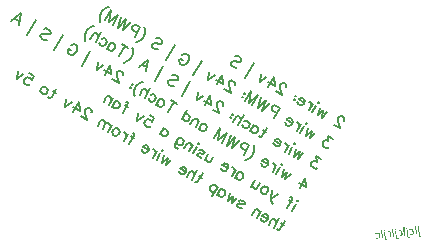
<source format=gbo>
G04 Layer: BottomSilkscreenLayer*
G04 EasyEDA v6.5.3, 2022-04-30 06:46:22*
G04 ee3e3f8623474824adc305f6a8106e34,debd25b7e7f645e7808fdd9718494454,10*
G04 Gerber Generator version 0.2*
G04 Scale: 100 percent, Rotated: No, Reflected: No *
G04 Dimensions in millimeters *
G04 leading zeros omitted , absolute positions ,4 integer and 5 decimal *
%FSLAX45Y45*%
%MOMM*%

%ADD16C,0.2032*%

%LPD*%
G36*
X19769683Y4142486D02*
G01*
X19760844Y4141571D01*
X19768159Y4071823D01*
X19776998Y4072788D01*
G37*
G36*
X19794626Y4140758D02*
G01*
X19785533Y4139793D01*
X19786498Y4130446D01*
X19795591Y4131411D01*
G37*
G36*
X19674433Y4132478D02*
G01*
X19665594Y4131564D01*
X19672909Y4061815D01*
X19681748Y4062780D01*
G37*
G36*
X19699376Y4130751D02*
G01*
X19690537Y4129836D01*
X19691502Y4120489D01*
X19700341Y4121404D01*
G37*
G36*
X19796404Y4123588D02*
G01*
X19787311Y4122623D01*
X19793153Y4067048D01*
X19793813Y4063339D01*
X19794829Y4060291D01*
X19796302Y4057853D01*
X19798131Y4056075D01*
X19800519Y4054906D01*
X19803414Y4054144D01*
X19806869Y4053890D01*
X19812254Y4054297D01*
X19815860Y4055160D01*
X19815251Y4060951D01*
X19812406Y4060393D01*
X19809510Y4060190D01*
X19807732Y4060342D01*
X19806259Y4060748D01*
X19804989Y4061409D01*
X19804024Y4062272D01*
X19803262Y4063593D01*
X19802652Y4065320D01*
G37*
G36*
X19579437Y4122470D02*
G01*
X19570344Y4121556D01*
X19577659Y4051808D01*
X19586752Y4052773D01*
G37*
G36*
X19604177Y4120743D02*
G01*
X19595287Y4119829D01*
X19596303Y4110482D01*
X19605142Y4111396D01*
G37*
G36*
X19736917Y4117746D02*
G01*
X19730466Y4117441D01*
X19720102Y4116019D01*
X19713346Y4114342D01*
X19714057Y4107789D01*
X19721677Y4109923D01*
X19728789Y4111142D01*
X19733209Y4111447D01*
X19736409Y4111396D01*
X19737628Y4111091D01*
X19739406Y4109872D01*
X19740524Y4107891D01*
X19741388Y4104894D01*
X19743674Y4083558D01*
X19743775Y4080256D01*
X19743267Y4077919D01*
X19741946Y4076242D01*
X19739711Y4074972D01*
X19736358Y4074058D01*
X19731736Y4073398D01*
X19724370Y4073042D01*
X19720610Y4073194D01*
X19716902Y4073601D01*
X19717562Y4067048D01*
X19724979Y4066641D01*
X19733158Y4067149D01*
X19740422Y4068165D01*
X19745401Y4069689D01*
X19747992Y4070959D01*
X19749973Y4072483D01*
X19751395Y4074718D01*
X19752462Y4077614D01*
X19752868Y4081018D01*
X19752716Y4085031D01*
X19750836Y4102709D01*
X19750278Y4106468D01*
X19749363Y4109567D01*
X19748144Y4112107D01*
X19746620Y4114037D01*
X19744639Y4115612D01*
X19742759Y4116679D01*
X19740829Y4117390D01*
G37*
G36*
X19701205Y4113580D02*
G01*
X19692366Y4112666D01*
X19698208Y4057091D01*
X19698817Y4053382D01*
X19699884Y4050284D01*
X19701306Y4047896D01*
X19703186Y4046118D01*
X19705523Y4044899D01*
X19708368Y4044187D01*
X19711720Y4043883D01*
X19717004Y4044289D01*
X19720661Y4045153D01*
X19720052Y4050944D01*
X19716292Y4050284D01*
X19714260Y4050182D01*
X19712482Y4050334D01*
X19711009Y4050741D01*
X19709790Y4051401D01*
X19708774Y4052265D01*
X19708012Y4053586D01*
X19707453Y4055313D01*
G37*
G36*
X19484238Y4112463D02*
G01*
X19475145Y4111548D01*
X19482460Y4041800D01*
X19491553Y4042765D01*
G37*
G36*
X19509181Y4110786D02*
G01*
X19500088Y4109821D01*
X19501053Y4100474D01*
X19510146Y4101439D01*
G37*
G36*
X19643090Y4107738D02*
G01*
X19637959Y4107687D01*
X19631914Y4107078D01*
X19625056Y4106011D01*
X19618147Y4104335D01*
X19618807Y4097782D01*
X19626478Y4099915D01*
X19633539Y4101084D01*
X19638111Y4101439D01*
X19641159Y4101388D01*
X19643445Y4100576D01*
X19645020Y4099001D01*
X19645833Y4096512D01*
X19646392Y4093006D01*
X19648576Y4071772D01*
X19648373Y4068927D01*
X19647509Y4066997D01*
X19645731Y4065524D01*
X19642988Y4064457D01*
X19638975Y4063695D01*
X19632828Y4063085D01*
X19629170Y4063034D01*
X19621906Y4063644D01*
X19622566Y4057040D01*
X19626072Y4056735D01*
X19633895Y4056786D01*
X19643902Y4057904D01*
X19646341Y4058412D01*
X19651624Y4060291D01*
X19653910Y4061663D01*
X19655485Y4063542D01*
X19656755Y4066082D01*
X19657618Y4069232D01*
X19657872Y4072991D01*
X19655891Y4092752D01*
X19655282Y4096461D01*
X19654316Y4099610D01*
X19653046Y4102100D01*
X19650506Y4104894D01*
X19648678Y4106214D01*
X19646747Y4107078D01*
G37*
G36*
X19605955Y4103573D02*
G01*
X19597116Y4102658D01*
X19602958Y4047083D01*
X19603567Y4043375D01*
X19604634Y4040276D01*
X19606056Y4037888D01*
X19607936Y4036110D01*
X19610273Y4034891D01*
X19613118Y4034180D01*
X19616521Y4033875D01*
X19620433Y4034078D01*
X19625411Y4035145D01*
X19624802Y4040936D01*
X19621957Y4040378D01*
X19619010Y4040174D01*
X19617283Y4040327D01*
X19615759Y4040733D01*
X19614540Y4041394D01*
X19613524Y4042257D01*
X19612762Y4043578D01*
X19612203Y4045305D01*
G37*
G36*
X19547840Y4097731D02*
G01*
X19542709Y4097680D01*
X19536664Y4097070D01*
X19529856Y4096004D01*
X19523151Y4094378D01*
X19523862Y4087774D01*
X19527621Y4088993D01*
X19534835Y4090619D01*
X19540778Y4091330D01*
X19544588Y4091482D01*
X19547179Y4091076D01*
X19549059Y4089857D01*
X19549770Y4088993D01*
X19550786Y4086555D01*
X19551396Y4083050D01*
X19553580Y4061815D01*
X19553224Y4058970D01*
X19552259Y4056989D01*
X19550481Y4055516D01*
X19547840Y4054500D01*
X19543826Y4053687D01*
X19537680Y4053078D01*
X19530415Y4053230D01*
X19526656Y4053586D01*
X19527367Y4047032D01*
X19530974Y4046728D01*
X19538746Y4046778D01*
X19548805Y4047896D01*
X19552412Y4048760D01*
X19555155Y4049725D01*
X19557796Y4050944D01*
X19559727Y4052468D01*
X19560946Y4054703D01*
X19562013Y4057599D01*
X19562622Y4061002D01*
X19562521Y4065015D01*
X19560641Y4082745D01*
X19560082Y4086453D01*
X19559168Y4089603D01*
X19557949Y4092092D01*
X19556374Y4094022D01*
X19554444Y4095597D01*
X19552513Y4096664D01*
X19550430Y4097375D01*
G37*
G36*
X19510959Y4093565D02*
G01*
X19501866Y4092651D01*
X19507708Y4037076D01*
X19508368Y4033367D01*
X19509384Y4030268D01*
X19510857Y4027881D01*
X19512686Y4026103D01*
X19515074Y4024884D01*
X19517969Y4024172D01*
X19521424Y4023918D01*
X19526808Y4024274D01*
X19530415Y4025137D01*
X19529806Y4030979D01*
X19526046Y4030319D01*
X19523913Y4030167D01*
X19522084Y4030319D01*
X19520560Y4030726D01*
X19519290Y4031386D01*
X19518426Y4032250D01*
X19517715Y4033570D01*
X19516852Y4037533D01*
G37*
G36*
X19447764Y4087723D02*
G01*
X19441414Y4087063D01*
X19434657Y4085996D01*
X19427901Y4084370D01*
X19428612Y4077766D01*
X19432422Y4078986D01*
X19439737Y4080611D01*
X19445681Y4081322D01*
X19450964Y4081424D01*
X19453047Y4080560D01*
X19454520Y4078986D01*
X19455536Y4076547D01*
X19456196Y4073042D01*
X19458330Y4051808D01*
X19458127Y4048963D01*
X19457822Y4047896D01*
X19456400Y4046220D01*
X19454266Y4045000D01*
X19450913Y4044035D01*
X19446290Y4043375D01*
X19438924Y4043070D01*
X19431457Y4043578D01*
X19432117Y4037025D01*
X19435724Y4036720D01*
X19443496Y4036771D01*
X19453707Y4037888D01*
X19458635Y4039209D01*
X19461327Y4040276D01*
X19463613Y4041648D01*
X19464528Y4042460D01*
X19465848Y4044746D01*
X19466763Y4047591D01*
X19467372Y4050995D01*
X19467271Y4055008D01*
X19465391Y4072686D01*
X19464832Y4076446D01*
X19463918Y4079595D01*
X19462699Y4082084D01*
X19461175Y4084015D01*
X19459194Y4085590D01*
X19457314Y4086656D01*
X19455180Y4087368D01*
X19452590Y4087723D01*
G37*
D16*
X19161353Y5035679D02*
G01*
X19163626Y5039616D01*
X19164236Y5049761D01*
X19162572Y5055971D01*
X19156972Y5064452D01*
X19141226Y5073543D01*
X19131079Y5074152D01*
X19124871Y5072489D01*
X19116390Y5066888D01*
X19111843Y5059017D01*
X19111234Y5048869D01*
X19112290Y5032514D01*
X19128927Y4970424D01*
X19073817Y5002242D01*
X19019032Y5107353D02*
G01*
X18971468Y5061333D01*
X18987541Y5125534D02*
G01*
X18971468Y5061333D01*
X18987541Y5125534D02*
G01*
X18939977Y5079514D01*
X18956047Y5143715D02*
G01*
X18939977Y5079514D01*
X18945976Y5186271D02*
G01*
X18939766Y5184607D01*
X18938102Y5190817D01*
X18944313Y5192481D01*
X18945976Y5186271D01*
X18926131Y5160987D02*
G01*
X18894313Y5105877D01*
X18896213Y5178262D02*
G01*
X18864397Y5123152D01*
X18882578Y5154642D02*
G01*
X18885458Y5168724D01*
X18882131Y5181142D01*
X18876530Y5189626D01*
X18864722Y5196443D01*
X18825105Y5187825D02*
G01*
X18777866Y5215097D01*
X18782413Y5222971D01*
X18790894Y5228569D01*
X18797104Y5230233D01*
X18807249Y5229626D01*
X18819058Y5222806D01*
X18824658Y5214325D01*
X18827986Y5201907D01*
X18825105Y5187825D01*
X18820559Y5179951D01*
X18809804Y5170413D01*
X18797386Y5167086D01*
X18787242Y5167696D01*
X18775431Y5174515D01*
X18769830Y5182996D01*
X18766502Y5195415D01*
X18757041Y5248114D02*
G01*
X18758705Y5241907D01*
X18752494Y5240243D01*
X18750831Y5246451D01*
X18757041Y5248114D01*
X18741130Y5220561D02*
G01*
X18742794Y5214350D01*
X18736586Y5212687D01*
X18734923Y5218897D01*
X18741130Y5220561D01*
X18671656Y5318406D02*
G01*
X18673930Y5322343D01*
X18674537Y5332488D01*
X18672873Y5338698D01*
X18667275Y5347180D01*
X18651527Y5356270D01*
X18641382Y5356880D01*
X18635172Y5355216D01*
X18626691Y5349615D01*
X18622147Y5341744D01*
X18621537Y5331597D01*
X18622591Y5315242D01*
X18639228Y5253151D01*
X18584118Y5284970D01*
X18566500Y5405361D02*
G01*
X18574047Y5327525D01*
X18514999Y5361614D01*
X18566500Y5405361D02*
G01*
X18518774Y5322696D01*
X18504928Y5404170D02*
G01*
X18449490Y5362696D01*
X18457689Y5431444D02*
G01*
X18449490Y5362696D01*
X18396087Y5524743D02*
G01*
X18323359Y5398777D01*
X18238464Y5579008D02*
G01*
X18250882Y5582335D01*
X18264964Y5579452D01*
X18280712Y5570362D01*
X18290247Y5559607D01*
X18293575Y5547189D01*
X18289031Y5539315D01*
X18280547Y5533715D01*
X18274339Y5532051D01*
X18264192Y5532661D01*
X18236029Y5538424D01*
X18225884Y5539033D01*
X18219674Y5537370D01*
X18211192Y5531769D01*
X18204375Y5519961D01*
X18207702Y5507542D01*
X18217238Y5496788D01*
X18232983Y5487695D01*
X18247067Y5484815D01*
X18259485Y5488142D01*
X19067980Y4883043D02*
G01*
X19024681Y4908044D01*
X19030116Y4862916D01*
X19018308Y4869733D01*
X19008161Y4870343D01*
X19001953Y4868679D01*
X18991199Y4859141D01*
X18986652Y4851270D01*
X18983772Y4837188D01*
X18987099Y4824770D01*
X18996634Y4814013D01*
X19008445Y4807196D01*
X19022527Y4804316D01*
X19028735Y4805979D01*
X19037218Y4811577D01*
X18918232Y4932761D02*
G01*
X18870668Y4886741D01*
X18886741Y4950942D02*
G01*
X18870668Y4886741D01*
X18886741Y4950942D02*
G01*
X18839177Y4904922D01*
X18855248Y4969126D02*
G01*
X18839177Y4904922D01*
X18845176Y5011681D02*
G01*
X18838966Y5010017D01*
X18837302Y5016225D01*
X18843513Y5017889D01*
X18845176Y5011681D01*
X18825331Y4986398D02*
G01*
X18793513Y4931288D01*
X18795413Y5003670D02*
G01*
X18763594Y4948560D01*
X18781778Y4980051D02*
G01*
X18784658Y4994135D01*
X18781331Y5006553D01*
X18775730Y5015034D01*
X18763922Y5021851D01*
X18724305Y5013233D02*
G01*
X18677067Y5040505D01*
X18681613Y5048379D01*
X18690094Y5053980D01*
X18696304Y5055643D01*
X18706449Y5055034D01*
X18718258Y5048216D01*
X18723858Y5039733D01*
X18727186Y5027315D01*
X18724305Y5013233D01*
X18719759Y5005362D01*
X18709004Y4995824D01*
X18696586Y4992496D01*
X18686439Y4993106D01*
X18674631Y4999923D01*
X18669030Y5008405D01*
X18665703Y5020823D01*
X18620011Y5141681D02*
G01*
X18572281Y5059014D01*
X18620011Y5141681D02*
G01*
X18584583Y5162135D01*
X18570498Y5165016D01*
X18564291Y5163352D01*
X18555807Y5157751D01*
X18548990Y5145943D01*
X18548380Y5135798D01*
X18550044Y5129588D01*
X18559581Y5118834D01*
X18595009Y5098379D01*
X18538918Y5188498D02*
G01*
X18471509Y5117195D01*
X18499554Y5211226D02*
G01*
X18471509Y5117195D01*
X18499554Y5211226D02*
G01*
X18432145Y5139923D01*
X18460189Y5233954D02*
G01*
X18432145Y5139923D01*
X18434207Y5248953D02*
G01*
X18386480Y5166286D01*
X18434207Y5248953D02*
G01*
X18354989Y5184470D01*
X18371225Y5285318D02*
G01*
X18354989Y5184470D01*
X18371225Y5285318D02*
G01*
X18323496Y5202651D01*
X18320852Y5267162D02*
G01*
X18322516Y5260952D01*
X18316308Y5259288D01*
X18314644Y5265498D01*
X18320852Y5267162D01*
X18304944Y5239605D02*
G01*
X18306608Y5233398D01*
X18300397Y5231734D01*
X18298734Y5237942D01*
X18304944Y5239605D01*
X18235467Y5337451D02*
G01*
X18237741Y5341388D01*
X18238350Y5351536D01*
X18236686Y5357743D01*
X18231086Y5366227D01*
X18215340Y5375318D01*
X18205193Y5375925D01*
X18198985Y5374261D01*
X18190504Y5368663D01*
X18185958Y5360789D01*
X18185348Y5350644D01*
X18186402Y5334289D01*
X18203042Y5272196D01*
X18147931Y5304015D01*
X18130311Y5424408D02*
G01*
X18137858Y5346570D01*
X18078810Y5380662D01*
X18130311Y5424408D02*
G01*
X18082585Y5341741D01*
X18068739Y5423217D02*
G01*
X18013304Y5381741D01*
X18021503Y5450489D02*
G01*
X18013304Y5381741D01*
X17959900Y5543791D02*
G01*
X17887172Y5417822D01*
X17793794Y5592452D02*
G01*
X17802278Y5598053D01*
X17814696Y5601380D01*
X17824841Y5600771D01*
X17840586Y5591680D01*
X17846187Y5583199D01*
X17849514Y5570781D01*
X17848905Y5560634D01*
X17846024Y5546552D01*
X17834660Y5526869D01*
X17823906Y5517334D01*
X17815425Y5511733D01*
X17803004Y5508406D01*
X17792860Y5509013D01*
X17777114Y5518106D01*
X17771513Y5526587D01*
X17768186Y5539005D01*
X17768796Y5549150D01*
X17775613Y5560961D01*
X17795295Y5549597D02*
G01*
X17775613Y5560961D01*
X17727648Y5677880D02*
G01*
X17654920Y5551914D01*
X17570025Y5732145D02*
G01*
X17582443Y5735472D01*
X17596525Y5732589D01*
X17612271Y5723498D01*
X17621808Y5712744D01*
X17625136Y5700326D01*
X17620589Y5692452D01*
X17612108Y5686851D01*
X17605898Y5685188D01*
X17595753Y5685797D01*
X17567589Y5691560D01*
X17557442Y5692170D01*
X17551234Y5690506D01*
X17542751Y5684906D01*
X17535933Y5673097D01*
X17539261Y5660679D01*
X17548799Y5649925D01*
X17564544Y5640831D01*
X17578626Y5637951D01*
X17591044Y5641279D01*
X17471776Y5825609D02*
G01*
X17475103Y5813191D01*
X17476157Y5796836D01*
X17474940Y5776544D01*
X17467513Y5754588D01*
X17458423Y5738842D01*
X17443122Y5721433D01*
X17426157Y5710232D01*
X17411466Y5702968D01*
X17399048Y5699640D01*
X17436703Y5824862D02*
G01*
X17388977Y5742195D01*
X17436703Y5824862D02*
G01*
X17401275Y5845317D01*
X17387194Y5848200D01*
X17380983Y5846536D01*
X17372502Y5840935D01*
X17365685Y5829124D01*
X17365075Y5818979D01*
X17366739Y5812769D01*
X17376277Y5802015D01*
X17411705Y5781560D01*
X17355614Y5871679D02*
G01*
X17288202Y5800379D01*
X17316249Y5894407D02*
G01*
X17288202Y5800379D01*
X17316249Y5894407D02*
G01*
X17248837Y5823104D01*
X17276884Y5917135D02*
G01*
X17248837Y5823104D01*
X17250902Y5932134D02*
G01*
X17203176Y5849470D01*
X17250902Y5932134D02*
G01*
X17171682Y5867651D01*
X17187918Y5968499D02*
G01*
X17171682Y5867651D01*
X17187918Y5968499D02*
G01*
X17140191Y5885832D01*
X17171029Y5999243D02*
G01*
X17158611Y5995916D01*
X17143920Y5988654D01*
X17126955Y5977453D01*
X17111654Y5960043D01*
X17102564Y5944298D01*
X17095137Y5922342D01*
X17093920Y5902050D01*
X17094974Y5885695D01*
X17098302Y5873277D01*
X18967180Y4708453D02*
G01*
X18923881Y4733455D01*
X18929316Y4688326D01*
X18917508Y4695144D01*
X18907361Y4695753D01*
X18901153Y4694090D01*
X18890399Y4684552D01*
X18885852Y4676678D01*
X18882972Y4662596D01*
X18886299Y4650178D01*
X18895834Y4639424D01*
X18907645Y4632606D01*
X18921727Y4629724D01*
X18927935Y4631387D01*
X18936418Y4636988D01*
X18817432Y4758171D02*
G01*
X18769868Y4712152D01*
X18785941Y4776353D02*
G01*
X18769868Y4712152D01*
X18785941Y4776353D02*
G01*
X18738375Y4730333D01*
X18754448Y4794534D02*
G01*
X18738375Y4730333D01*
X18744377Y4837089D02*
G01*
X18738166Y4835425D01*
X18736503Y4841636D01*
X18742713Y4843299D01*
X18744377Y4837089D01*
X18724532Y4811806D02*
G01*
X18692713Y4756696D01*
X18694613Y4829081D02*
G01*
X18662794Y4773970D01*
X18680978Y4805461D02*
G01*
X18683859Y4819543D01*
X18680531Y4831961D01*
X18674930Y4840444D01*
X18663122Y4847262D01*
X18623506Y4838644D02*
G01*
X18576267Y4865916D01*
X18580813Y4873790D01*
X18589294Y4879388D01*
X18595505Y4881051D01*
X18605649Y4880444D01*
X18617458Y4873625D01*
X18623059Y4865143D01*
X18626386Y4852725D01*
X18623506Y4838644D01*
X18618959Y4830770D01*
X18608205Y4821232D01*
X18595787Y4817905D01*
X18585639Y4818514D01*
X18573831Y4825331D01*
X18568230Y4833815D01*
X18564903Y4846233D01*
X18507400Y4973909D02*
G01*
X18468764Y4906987D01*
X18458009Y4897452D01*
X18447865Y4898059D01*
X18439991Y4902606D01*
X18503300Y4939535D02*
G01*
X18475746Y4955443D01*
X18398591Y4999989D02*
G01*
X18366773Y4944879D01*
X18391771Y4988179D02*
G01*
X18404192Y4991506D01*
X18414337Y4990899D01*
X18426145Y4984079D01*
X18431746Y4975598D01*
X18435073Y4963180D01*
X18432193Y4949098D01*
X18427646Y4941224D01*
X18416892Y4931689D01*
X18404474Y4928359D01*
X18394326Y4928969D01*
X18382518Y4935788D01*
X18376917Y4944270D01*
X18373590Y4956688D01*
X18318553Y5030452D02*
G01*
X18330971Y5033779D01*
X18341119Y5033170D01*
X18352927Y5026352D01*
X18358528Y5017871D01*
X18361855Y5005453D01*
X18358972Y4991371D01*
X18354428Y4983497D01*
X18343674Y4973960D01*
X18331256Y4970632D01*
X18321108Y4971242D01*
X18309300Y4978059D01*
X18303699Y4986543D01*
X18300372Y4998961D01*
X18315299Y5084818D02*
G01*
X18267573Y5002151D01*
X18290301Y5041516D02*
G01*
X18285310Y5060144D01*
X18279709Y5068625D01*
X18267900Y5075443D01*
X18257753Y5076052D01*
X18246999Y5066515D01*
X18224271Y5027150D01*
X18221627Y5091661D02*
G01*
X18223290Y5085453D01*
X18217083Y5083789D01*
X18215419Y5089997D01*
X18221627Y5091661D01*
X18205719Y5064107D02*
G01*
X18207382Y5057896D01*
X18201172Y5056233D01*
X18199508Y5062443D01*
X18205719Y5064107D01*
X18136242Y5161953D02*
G01*
X18138515Y5165890D01*
X18139125Y5176034D01*
X18137461Y5182245D01*
X18131861Y5190726D01*
X18116115Y5199816D01*
X18105968Y5200426D01*
X18099760Y5198762D01*
X18091277Y5193162D01*
X18086732Y5185290D01*
X18086123Y5175143D01*
X18087177Y5158788D01*
X18103816Y5096697D01*
X18048704Y5128513D01*
X18031086Y5248907D02*
G01*
X18038632Y5171069D01*
X17979585Y5205161D01*
X18031086Y5248907D02*
G01*
X17983360Y5166243D01*
X17969514Y5247716D02*
G01*
X17914076Y5206243D01*
X17922278Y5274988D02*
G01*
X17914076Y5206243D01*
X17860675Y5368289D02*
G01*
X17787947Y5242323D01*
X17703053Y5422554D02*
G01*
X17715471Y5425881D01*
X17729553Y5422999D01*
X17745298Y5413908D01*
X17754836Y5403154D01*
X17758163Y5390735D01*
X17753617Y5382861D01*
X17745135Y5377261D01*
X17738925Y5375597D01*
X17728780Y5376207D01*
X17700614Y5381970D01*
X17690470Y5382580D01*
X17684262Y5380916D01*
X17675778Y5375315D01*
X17668961Y5363507D01*
X17672288Y5351089D01*
X17681826Y5340332D01*
X17697571Y5331241D01*
X17711653Y5328361D01*
X17724071Y5331688D01*
X17632357Y5500108D02*
G01*
X17559632Y5374142D01*
X17505172Y5552544D02*
G01*
X17488938Y5451695D01*
X17505172Y5552544D02*
G01*
X17425954Y5488061D01*
X17493038Y5486069D02*
G01*
X17453673Y5508797D01*
X17368613Y5652381D02*
G01*
X17371941Y5639963D01*
X17372995Y5623608D01*
X17371778Y5603316D01*
X17364351Y5581362D01*
X17355261Y5565614D01*
X17339960Y5548205D01*
X17322995Y5537006D01*
X17308306Y5529742D01*
X17295886Y5526415D01*
X17305987Y5667545D02*
G01*
X17258261Y5584878D01*
X17333541Y5651634D02*
G01*
X17278431Y5683453D01*
X17189305Y5698169D02*
G01*
X17157486Y5643059D01*
X17182485Y5686361D02*
G01*
X17194905Y5689688D01*
X17205050Y5689079D01*
X17216859Y5682261D01*
X17222459Y5673780D01*
X17225787Y5661362D01*
X17222906Y5647278D01*
X17218360Y5639407D01*
X17207605Y5629869D01*
X17195187Y5626541D01*
X17185040Y5627151D01*
X17173232Y5633968D01*
X17167631Y5642452D01*
X17164304Y5654870D01*
X17109267Y5728634D02*
G01*
X17121685Y5731962D01*
X17131832Y5731352D01*
X17143641Y5724535D01*
X17149241Y5716054D01*
X17152569Y5703633D01*
X17149686Y5689551D01*
X17145142Y5681680D01*
X17134387Y5672142D01*
X17121969Y5668815D01*
X17111822Y5669424D01*
X17100014Y5676242D01*
X17094413Y5684723D01*
X17091085Y5697143D01*
X17106013Y5782998D02*
G01*
X17058286Y5700334D01*
X17081014Y5739698D02*
G01*
X17076023Y5758324D01*
X17070423Y5766808D01*
X17058614Y5773625D01*
X17048467Y5774235D01*
X17037712Y5764697D01*
X17014985Y5725332D01*
X17045823Y5838746D02*
G01*
X17033405Y5835418D01*
X17018713Y5828154D01*
X17001749Y5816953D01*
X16986450Y5799543D01*
X16977357Y5783798D01*
X16969930Y5761842D01*
X16968713Y5741550D01*
X16969767Y5725195D01*
X16973095Y5712777D01*
X18834889Y4552045D02*
G01*
X18842436Y4474207D01*
X18783388Y4508296D01*
X18834889Y4552045D02*
G01*
X18787163Y4469378D01*
X18712695Y4585853D02*
G01*
X18665131Y4539833D01*
X18681204Y4604034D02*
G01*
X18665131Y4539833D01*
X18681204Y4604034D02*
G01*
X18633640Y4558014D01*
X18649711Y4622215D02*
G01*
X18633640Y4558014D01*
X18639640Y4664770D02*
G01*
X18633432Y4663107D01*
X18631768Y4669317D01*
X18637976Y4670981D01*
X18639640Y4664770D01*
X18619795Y4639490D02*
G01*
X18587976Y4584379D01*
X18589876Y4656762D02*
G01*
X18558060Y4601651D01*
X18576241Y4633142D02*
G01*
X18579122Y4647224D01*
X18575794Y4659645D01*
X18570193Y4668126D01*
X18558385Y4674943D01*
X18518769Y4666325D02*
G01*
X18471530Y4693597D01*
X18476076Y4701471D01*
X18484557Y4707072D01*
X18490768Y4708735D01*
X18500912Y4708126D01*
X18512721Y4701308D01*
X18518322Y4692825D01*
X18521649Y4680407D01*
X18518769Y4666325D01*
X18514222Y4658451D01*
X18503468Y4648916D01*
X18491050Y4645588D01*
X18480905Y4646195D01*
X18469094Y4653015D01*
X18463493Y4661496D01*
X18460166Y4673914D01*
X18396008Y4826426D02*
G01*
X18399335Y4814008D01*
X18400392Y4797653D01*
X18399173Y4777361D01*
X18391746Y4755408D01*
X18382655Y4739660D01*
X18367354Y4722251D01*
X18350392Y4711052D01*
X18335701Y4703787D01*
X18323283Y4700460D01*
X18360938Y4825682D02*
G01*
X18313209Y4743015D01*
X18360938Y4825682D02*
G01*
X18325508Y4846137D01*
X18311426Y4849017D01*
X18305218Y4847353D01*
X18296735Y4841753D01*
X18289917Y4829944D01*
X18289308Y4819797D01*
X18290971Y4813589D01*
X18300509Y4802835D01*
X18335937Y4782380D01*
X18279846Y4872499D02*
G01*
X18212437Y4801196D01*
X18240481Y4895227D02*
G01*
X18212437Y4801196D01*
X18240481Y4895227D02*
G01*
X18173072Y4823924D01*
X18201116Y4917953D02*
G01*
X18173072Y4823924D01*
X18175135Y4932954D02*
G01*
X18127408Y4850287D01*
X18175135Y4932954D02*
G01*
X18095917Y4868468D01*
X18112153Y4969316D02*
G01*
X18095917Y4868468D01*
X18112153Y4969316D02*
G01*
X18064424Y4886652D01*
X17962402Y5019034D02*
G01*
X17930583Y4963924D01*
X17955585Y5007226D02*
G01*
X17968003Y5010553D01*
X17978147Y5009944D01*
X17989958Y5003126D01*
X17995559Y4994643D01*
X17998887Y4982225D01*
X17996004Y4968143D01*
X17991457Y4960269D01*
X17980703Y4950734D01*
X17968285Y4947406D01*
X17958140Y4948013D01*
X17946329Y4954833D01*
X17940731Y4963314D01*
X17937403Y4975732D01*
X17936420Y5034036D02*
G01*
X17904604Y4978923D01*
X17927330Y5018288D02*
G01*
X17922339Y5036916D01*
X17916740Y5045397D01*
X17904929Y5052217D01*
X17894785Y5052827D01*
X17884030Y5043289D01*
X17861302Y5003924D01*
X17835811Y5128861D02*
G01*
X17788084Y5046197D01*
X17813083Y5089499D02*
G01*
X17825501Y5092827D01*
X17835648Y5092217D01*
X17847457Y5085397D01*
X17853058Y5076916D01*
X17856385Y5064498D01*
X17853502Y5050416D01*
X17848958Y5042542D01*
X17838204Y5033007D01*
X17825786Y5029680D01*
X17815638Y5030287D01*
X17803830Y5037107D01*
X17798229Y5045588D01*
X17794902Y5058006D01*
X17721653Y5194772D02*
G01*
X17673927Y5112105D01*
X17749207Y5178861D02*
G01*
X17694097Y5210680D01*
X17604971Y5225399D02*
G01*
X17573152Y5170286D01*
X17598151Y5213588D02*
G01*
X17610571Y5216916D01*
X17620716Y5216306D01*
X17632525Y5209489D01*
X17638125Y5201008D01*
X17641453Y5188590D01*
X17638572Y5174508D01*
X17634026Y5166634D01*
X17623271Y5157096D01*
X17610853Y5153769D01*
X17600706Y5154378D01*
X17588898Y5161196D01*
X17583297Y5169679D01*
X17579969Y5182097D01*
X17524933Y5255861D02*
G01*
X17537351Y5259189D01*
X17547498Y5258579D01*
X17559307Y5251762D01*
X17564907Y5243281D01*
X17568235Y5230860D01*
X17565352Y5216779D01*
X17560808Y5208907D01*
X17550053Y5199369D01*
X17537635Y5196042D01*
X17527488Y5196652D01*
X17515679Y5203469D01*
X17510079Y5211950D01*
X17506751Y5224371D01*
X17521679Y5310225D02*
G01*
X17473952Y5227561D01*
X17496680Y5266926D02*
G01*
X17491689Y5285552D01*
X17486088Y5294035D01*
X17474280Y5300853D01*
X17464133Y5301462D01*
X17453378Y5291924D01*
X17430650Y5252559D01*
X17461489Y5365973D02*
G01*
X17449071Y5362646D01*
X17434379Y5355381D01*
X17417415Y5344180D01*
X17402116Y5326771D01*
X17393025Y5311025D01*
X17385596Y5289069D01*
X17384379Y5268777D01*
X17385433Y5252422D01*
X17388761Y5240004D01*
X17374471Y5347980D02*
G01*
X17376134Y5341769D01*
X17369924Y5340106D01*
X17368260Y5346316D01*
X17374471Y5347980D01*
X17358563Y5320423D02*
G01*
X17360226Y5314215D01*
X17354016Y5312552D01*
X17352352Y5318760D01*
X17358563Y5320423D01*
X17289086Y5418272D02*
G01*
X17291359Y5422209D01*
X17291969Y5432353D01*
X17290305Y5438564D01*
X17284705Y5447045D01*
X17268959Y5456135D01*
X17258812Y5456745D01*
X17252604Y5455081D01*
X17244120Y5449481D01*
X17239576Y5441607D01*
X17238967Y5431462D01*
X17240021Y5415107D01*
X17256658Y5353014D01*
X17201548Y5384833D01*
X17183930Y5505226D02*
G01*
X17191476Y5427388D01*
X17132429Y5461480D01*
X17183930Y5505226D02*
G01*
X17136203Y5422559D01*
X17122358Y5504035D02*
G01*
X17066920Y5462559D01*
X17075119Y5531307D02*
G01*
X17066920Y5462559D01*
X17013516Y5624609D02*
G01*
X16940791Y5498642D01*
X16847413Y5673272D02*
G01*
X16855894Y5678871D01*
X16868312Y5682198D01*
X16878460Y5681591D01*
X16894205Y5672500D01*
X16899806Y5664017D01*
X16903133Y5651599D01*
X16902523Y5641454D01*
X16899643Y5627372D01*
X16888279Y5607690D01*
X16877525Y5598152D01*
X16869041Y5592551D01*
X16856623Y5589224D01*
X16846478Y5589833D01*
X16830733Y5598924D01*
X16825132Y5607405D01*
X16821805Y5619823D01*
X16822412Y5629970D01*
X16829232Y5641779D01*
X16848914Y5630415D02*
G01*
X16829232Y5641779D01*
X16781264Y5758700D02*
G01*
X16708539Y5632731D01*
X16623642Y5812962D02*
G01*
X16636062Y5816290D01*
X16650144Y5813409D01*
X16665889Y5804316D01*
X16675427Y5793562D01*
X16678755Y5781144D01*
X16674208Y5773272D01*
X16665727Y5767671D01*
X16659517Y5766008D01*
X16649372Y5766617D01*
X16621206Y5772381D01*
X16611061Y5772988D01*
X16604851Y5771324D01*
X16596370Y5765723D01*
X16589552Y5753915D01*
X16592880Y5741497D01*
X16602415Y5730742D01*
X16618163Y5721652D01*
X16632245Y5718769D01*
X16644663Y5722096D01*
X16552948Y5890519D02*
G01*
X16480223Y5764550D01*
X16425763Y5942954D02*
G01*
X16409530Y5842106D01*
X16425763Y5942954D02*
G01*
X16346545Y5878469D01*
X16413629Y5876480D02*
G01*
X16374264Y5899205D01*
X18773454Y4354725D02*
G01*
X18767244Y4353062D01*
X18765580Y4359272D01*
X18771791Y4360936D01*
X18773454Y4354725D01*
X18753609Y4329445D02*
G01*
X18721791Y4274334D01*
X18708108Y4392455D02*
G01*
X18715982Y4387908D01*
X18721583Y4379427D01*
X18718700Y4365345D01*
X18680064Y4298424D01*
X18723691Y4346717D02*
G01*
X18696137Y4362625D01*
X18601662Y4417171D02*
G01*
X18546224Y4375696D01*
X18554423Y4444443D02*
G01*
X18546224Y4375696D01*
X18545004Y4355406D01*
X18548332Y4342988D01*
X18553932Y4334504D01*
X18557869Y4332231D01*
X18508759Y4470808D02*
G01*
X18514359Y4462325D01*
X18517687Y4449907D01*
X18514806Y4435825D01*
X18510260Y4427951D01*
X18499505Y4418416D01*
X18487087Y4415088D01*
X18476942Y4415696D01*
X18465131Y4422515D01*
X18459531Y4430996D01*
X18456203Y4443415D01*
X18459086Y4457496D01*
X18463630Y4465370D01*
X18474385Y4474908D01*
X18486805Y4478235D01*
X18496950Y4477626D01*
X18508759Y4470808D01*
X18451286Y4503988D02*
G01*
X18428561Y4464624D01*
X18417806Y4455088D01*
X18407659Y4455698D01*
X18395850Y4462515D01*
X18390250Y4470996D01*
X18385259Y4489625D01*
X18407987Y4528990D02*
G01*
X18376168Y4473879D01*
X18274146Y4606262D02*
G01*
X18242328Y4551151D01*
X18267326Y4594453D02*
G01*
X18279745Y4597780D01*
X18289892Y4597171D01*
X18301700Y4590354D01*
X18307301Y4581870D01*
X18310628Y4569452D01*
X18307745Y4555370D01*
X18303201Y4547499D01*
X18292447Y4537961D01*
X18280029Y4534634D01*
X18269882Y4535243D01*
X18258073Y4542061D01*
X18252473Y4550542D01*
X18249145Y4562960D01*
X18248165Y4621263D02*
G01*
X18216346Y4566152D01*
X18234527Y4597643D02*
G01*
X18237410Y4611725D01*
X18234083Y4624143D01*
X18228482Y4632627D01*
X18216674Y4639444D01*
X18177055Y4630826D02*
G01*
X18129818Y4658098D01*
X18134363Y4665972D01*
X18142846Y4671570D01*
X18149054Y4673234D01*
X18159201Y4672627D01*
X18171010Y4665807D01*
X18176610Y4657326D01*
X18179938Y4644908D01*
X18177055Y4630826D01*
X18172511Y4622952D01*
X18161756Y4613414D01*
X18149336Y4610087D01*
X18139191Y4610696D01*
X18127383Y4617514D01*
X18121782Y4625997D01*
X18118454Y4638415D01*
X18056852Y4731717D02*
G01*
X18034124Y4692352D01*
X18023370Y4682815D01*
X18013225Y4683424D01*
X18001414Y4690242D01*
X17995813Y4698725D01*
X17990822Y4717351D01*
X18013550Y4756716D02*
G01*
X17981731Y4701606D01*
X17937449Y4784907D02*
G01*
X17945933Y4790508D01*
X17960014Y4787625D01*
X17971823Y4780808D01*
X17981361Y4770053D01*
X17980751Y4759906D01*
X17972270Y4754308D01*
X17962123Y4754915D01*
X17940169Y4762342D01*
X17930022Y4762952D01*
X17921541Y4757351D01*
X17919268Y4753416D01*
X17918661Y4743269D01*
X17928196Y4732515D01*
X17940007Y4725697D01*
X17954089Y4722815D01*
X17962570Y4728415D01*
X17934198Y4839271D02*
G01*
X17927988Y4837607D01*
X17926324Y4843818D01*
X17932534Y4845481D01*
X17934198Y4839271D01*
X17914350Y4813990D02*
G01*
X17882532Y4758877D01*
X17884434Y4831262D02*
G01*
X17852616Y4776152D01*
X17875343Y4815517D02*
G01*
X17870352Y4834143D01*
X17864752Y4842626D01*
X17852943Y4849444D01*
X17842796Y4850053D01*
X17832042Y4840516D01*
X17809314Y4801151D01*
X17767914Y4898534D02*
G01*
X17731552Y4835550D01*
X17728669Y4821468D01*
X17730332Y4815260D01*
X17735933Y4806777D01*
X17747741Y4799959D01*
X17757889Y4799350D01*
X17761097Y4886726D02*
G01*
X17773515Y4890053D01*
X17783660Y4889444D01*
X17795471Y4882626D01*
X17801069Y4874143D01*
X17804396Y4861725D01*
X17801516Y4847643D01*
X17796969Y4839771D01*
X17786215Y4830234D01*
X17773797Y4826906D01*
X17763652Y4827516D01*
X17751841Y4834333D01*
X17746240Y4842814D01*
X17742913Y4855232D01*
X17634074Y4975809D02*
G01*
X17602255Y4920696D01*
X17627257Y4963998D02*
G01*
X17639675Y4967325D01*
X17649819Y4966715D01*
X17661630Y4959898D01*
X17667229Y4951417D01*
X17670556Y4938999D01*
X17667676Y4924915D01*
X17663129Y4917043D01*
X17652375Y4907506D01*
X17639957Y4904178D01*
X17629812Y4904788D01*
X17618001Y4911605D01*
X17612400Y4920089D01*
X17609073Y4932507D01*
X17516142Y5080635D02*
G01*
X17555507Y5057909D01*
X17538989Y5020208D01*
X17537325Y5026416D01*
X17527788Y5037170D01*
X17515979Y5043990D01*
X17501897Y5046870D01*
X17489479Y5043543D01*
X17478725Y5034008D01*
X17474178Y5026134D01*
X17471298Y5012052D01*
X17474625Y4999634D01*
X17484161Y4988880D01*
X17495972Y4982060D01*
X17510053Y4979179D01*
X17516261Y4980843D01*
X17524745Y4986444D01*
X17466381Y5072626D02*
G01*
X17410943Y5031150D01*
X17419142Y5099898D02*
G01*
X17410943Y5031150D01*
X17316958Y5195636D02*
G01*
X17324829Y5191089D01*
X17330430Y5182608D01*
X17327549Y5168526D01*
X17288911Y5101605D01*
X17332540Y5149898D02*
G01*
X17304984Y5165808D01*
X17227829Y5210352D02*
G01*
X17196010Y5155242D01*
X17221012Y5198544D02*
G01*
X17233430Y5201871D01*
X17243574Y5201262D01*
X17255385Y5194444D01*
X17260984Y5185961D01*
X17264313Y5173543D01*
X17261431Y5159461D01*
X17256884Y5151589D01*
X17246130Y5142052D01*
X17233712Y5138724D01*
X17223567Y5139334D01*
X17211756Y5146151D01*
X17206158Y5154632D01*
X17202830Y5167050D01*
X17201847Y5225354D02*
G01*
X17170031Y5170243D01*
X17192757Y5209608D02*
G01*
X17187765Y5228234D01*
X17182165Y5236718D01*
X17170356Y5243535D01*
X17160212Y5244144D01*
X17149457Y5234607D01*
X17126729Y5195242D01*
X18660844Y4186953D02*
G01*
X18622208Y4120034D01*
X18611453Y4110497D01*
X18601309Y4111106D01*
X18593434Y4115650D01*
X18656744Y4152579D02*
G01*
X18629190Y4168490D01*
X18615182Y4213318D02*
G01*
X18567455Y4130652D01*
X18590181Y4170017D02*
G01*
X18585190Y4188645D01*
X18579589Y4197126D01*
X18567781Y4203943D01*
X18557636Y4204553D01*
X18546881Y4195015D01*
X18524153Y4155650D01*
X18516353Y4202142D02*
G01*
X18469117Y4229417D01*
X18473661Y4237288D01*
X18482144Y4242889D01*
X18488352Y4244553D01*
X18498499Y4243943D01*
X18510308Y4237126D01*
X18515909Y4228645D01*
X18519236Y4216224D01*
X18516353Y4202142D01*
X18511809Y4194271D01*
X18501055Y4184733D01*
X18488637Y4181406D01*
X18478489Y4182016D01*
X18466681Y4188833D01*
X18461080Y4197316D01*
X18457753Y4209735D01*
X18456772Y4268035D02*
G01*
X18424954Y4212925D01*
X18447682Y4252290D02*
G01*
X18442691Y4270916D01*
X18437090Y4279399D01*
X18425279Y4286216D01*
X18415134Y4286826D01*
X18404380Y4277288D01*
X18381652Y4237923D01*
X18276747Y4356227D02*
G01*
X18285231Y4361825D01*
X18299313Y4358944D01*
X18311121Y4352127D01*
X18320659Y4341370D01*
X18320049Y4331225D01*
X18311568Y4325625D01*
X18301423Y4326234D01*
X18279468Y4333661D01*
X18269320Y4334271D01*
X18260839Y4328670D01*
X18258566Y4324733D01*
X18257959Y4314588D01*
X18267494Y4303834D01*
X18279305Y4297014D01*
X18293387Y4294134D01*
X18301868Y4299734D01*
X18257586Y4383034D02*
G01*
X18210022Y4337014D01*
X18226095Y4401218D02*
G01*
X18210022Y4337014D01*
X18226095Y4401218D02*
G01*
X18178531Y4355198D01*
X18194601Y4419399D02*
G01*
X18178531Y4355198D01*
X18121383Y4461672D02*
G01*
X18089565Y4406562D01*
X18114566Y4449861D02*
G01*
X18126984Y4453188D01*
X18137129Y4452581D01*
X18148940Y4445762D01*
X18154540Y4437280D01*
X18157868Y4424862D01*
X18154985Y4410781D01*
X18150441Y4402907D01*
X18139684Y4393369D01*
X18127266Y4390042D01*
X18117121Y4390651D01*
X18105313Y4397468D01*
X18099712Y4405952D01*
X18096384Y4418370D01*
X18095404Y4476671D02*
G01*
X18047675Y4394006D01*
X18088584Y4464862D02*
G01*
X18085257Y4477280D01*
X18079656Y4485761D01*
X18067848Y4492581D01*
X18057703Y4493188D01*
X18045285Y4489861D01*
X18034528Y4480326D01*
X18029984Y4472452D01*
X18027101Y4458370D01*
X18030428Y4445952D01*
X18036029Y4437468D01*
X18047840Y4430651D01*
X18057985Y4430041D01*
X18070403Y4433369D01*
X17965663Y4588316D02*
G01*
X17927025Y4521398D01*
X17916270Y4511860D01*
X17906126Y4512470D01*
X17898252Y4517016D01*
X17961564Y4553945D02*
G01*
X17934007Y4569853D01*
X17919999Y4614682D02*
G01*
X17872273Y4532015D01*
X17894998Y4571380D02*
G01*
X17890007Y4590008D01*
X17884409Y4598489D01*
X17872598Y4605307D01*
X17862453Y4605916D01*
X17851699Y4596381D01*
X17828971Y4557016D01*
X17821173Y4603508D02*
G01*
X17773934Y4630780D01*
X17778481Y4638652D01*
X17786962Y4644252D01*
X17793169Y4645916D01*
X17803317Y4645306D01*
X17815125Y4638489D01*
X17820726Y4630008D01*
X17824053Y4617590D01*
X17821173Y4603508D01*
X17816626Y4595634D01*
X17805872Y4586096D01*
X17793454Y4582769D01*
X17783307Y4583379D01*
X17771498Y4590196D01*
X17765897Y4598680D01*
X17762570Y4611098D01*
X17700967Y4704400D02*
G01*
X17653403Y4658380D01*
X17669476Y4722581D02*
G01*
X17653403Y4658380D01*
X17669476Y4722581D02*
G01*
X17621912Y4676561D01*
X17637983Y4740762D02*
G01*
X17621912Y4676561D01*
X17627912Y4783317D02*
G01*
X17621704Y4781654D01*
X17620040Y4787864D01*
X17626248Y4789528D01*
X17627912Y4783317D01*
X17608067Y4758034D02*
G01*
X17576248Y4702924D01*
X17578151Y4775309D02*
G01*
X17546332Y4720196D01*
X17564514Y4751689D02*
G01*
X17567394Y4765771D01*
X17564066Y4778189D01*
X17558468Y4786670D01*
X17546657Y4793490D01*
X17507041Y4784872D02*
G01*
X17459802Y4812144D01*
X17464349Y4820015D01*
X17472830Y4825616D01*
X17479040Y4827280D01*
X17489185Y4826670D01*
X17500996Y4819853D01*
X17506594Y4811372D01*
X17509921Y4798954D01*
X17507041Y4784872D01*
X17502494Y4776998D01*
X17491740Y4767460D01*
X17479322Y4764133D01*
X17469177Y4764742D01*
X17457366Y4771560D01*
X17451768Y4780043D01*
X17448441Y4792461D01*
X17371255Y4931498D02*
G01*
X17379127Y4926954D01*
X17384727Y4918471D01*
X17381844Y4904389D01*
X17343208Y4837470D01*
X17386838Y4885763D02*
G01*
X17359282Y4901671D01*
X17329365Y4918943D02*
G01*
X17297547Y4863833D01*
X17315728Y4895326D02*
G01*
X17318609Y4909408D01*
X17315281Y4921826D01*
X17309683Y4930307D01*
X17297872Y4937127D01*
X17252210Y4963490D02*
G01*
X17257809Y4955009D01*
X17261136Y4942588D01*
X17258256Y4928506D01*
X17253709Y4920635D01*
X17242955Y4911097D01*
X17230537Y4907770D01*
X17220392Y4908379D01*
X17208581Y4915197D01*
X17202983Y4923678D01*
X17199653Y4936098D01*
X17202536Y4950180D01*
X17207082Y4958052D01*
X17217837Y4967589D01*
X17230255Y4970917D01*
X17240399Y4970307D01*
X17252210Y4963490D01*
X17194738Y4996672D02*
G01*
X17162919Y4941559D01*
X17185645Y4980924D02*
G01*
X17180653Y4999553D01*
X17175055Y5008034D01*
X17163244Y5014854D01*
X17153100Y5015463D01*
X17142345Y5005925D01*
X17119617Y4966561D01*
X17142345Y5005925D02*
G01*
X17137354Y5024554D01*
X17131753Y5033035D01*
X17119942Y5039852D01*
X17109798Y5040462D01*
X17099043Y5030924D01*
X17076315Y4991562D01*
X17022140Y5106817D02*
G01*
X17024413Y5110754D01*
X17025023Y5120899D01*
X17023359Y5127109D01*
X17017758Y5135590D01*
X17002013Y5144681D01*
X16991865Y5145290D01*
X16985658Y5143627D01*
X16977177Y5138026D01*
X16972630Y5130154D01*
X16972020Y5120007D01*
X16973077Y5103652D01*
X16989714Y5041562D01*
X16934604Y5073378D01*
X16916984Y5193771D02*
G01*
X16924530Y5115933D01*
X16865483Y5150025D01*
X16916984Y5193771D02*
G01*
X16869257Y5111107D01*
X16855412Y5192580D02*
G01*
X16799976Y5151107D01*
X16808175Y5219852D02*
G01*
X16799976Y5151107D01*
X16725671Y5304226D02*
G01*
X16687035Y5237307D01*
X16676281Y5227769D01*
X16666136Y5228379D01*
X16658262Y5232925D01*
X16721571Y5269854D02*
G01*
X16694017Y5285762D01*
X16644416Y5314398D02*
G01*
X16650017Y5305917D01*
X16653344Y5293499D01*
X16650464Y5279415D01*
X16645917Y5271543D01*
X16635163Y5262006D01*
X16622745Y5258678D01*
X16612598Y5259288D01*
X16600789Y5266105D01*
X16595189Y5274589D01*
X16591861Y5287007D01*
X16594744Y5301089D01*
X16599288Y5308963D01*
X16610042Y5318498D01*
X16622461Y5321825D01*
X16632608Y5321216D01*
X16644416Y5314398D01*
X16494993Y5437408D02*
G01*
X16534358Y5414680D01*
X16517840Y5376981D01*
X16516177Y5383189D01*
X16506639Y5393944D01*
X16494831Y5400763D01*
X16480749Y5403644D01*
X16468331Y5400316D01*
X16457576Y5390779D01*
X16453030Y5382907D01*
X16450149Y5368825D01*
X16453477Y5356407D01*
X16463012Y5345650D01*
X16474823Y5338833D01*
X16488905Y5335953D01*
X16495113Y5337616D01*
X16503596Y5343215D01*
X16445232Y5429399D02*
G01*
X16389794Y5387924D01*
X16397993Y5456671D02*
G01*
X16389794Y5387924D01*
M02*

</source>
